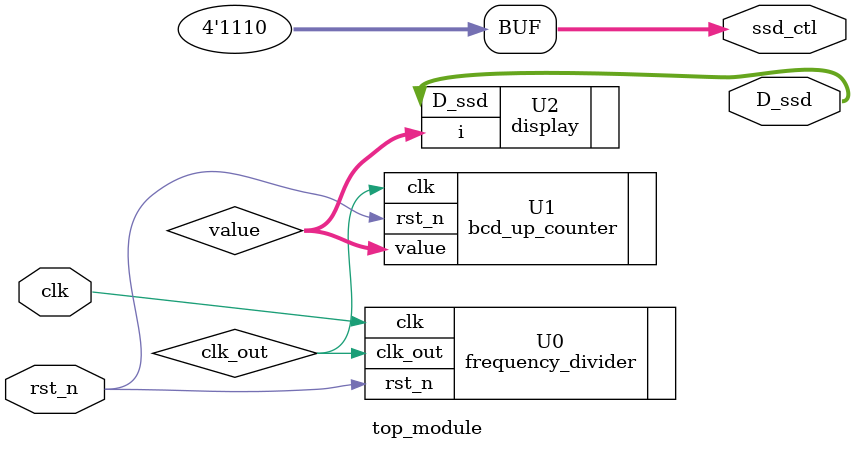
<source format=v>
`timescale 1ns / 1ps

module top_module(
    ssd_ctl,
    D_ssd,
    rst_n,
    clk
);
output [3:0] ssd_ctl;
output [7:0] D_ssd;
input rst_n;
input clk;
wire clk_out;
wire [3:0] value;

assign ssd_ctl = 4'b1110;

frequency_divider U0(
    .clk(clk),      //global clock
    .rst_n(rst_n),  //global rst
    .clk_out(clk_out) //divider clock output
);

bcd_up_counter U1(
    .value(value),  //count result
    .rst_n(rst_n),  //global reset
    .clk(clk_out)     //divided clock
);

display U2(
    .D_ssd(D_ssd),  //seven_segment output
    .i(value)       //input counter value
);

endmodule
</source>
